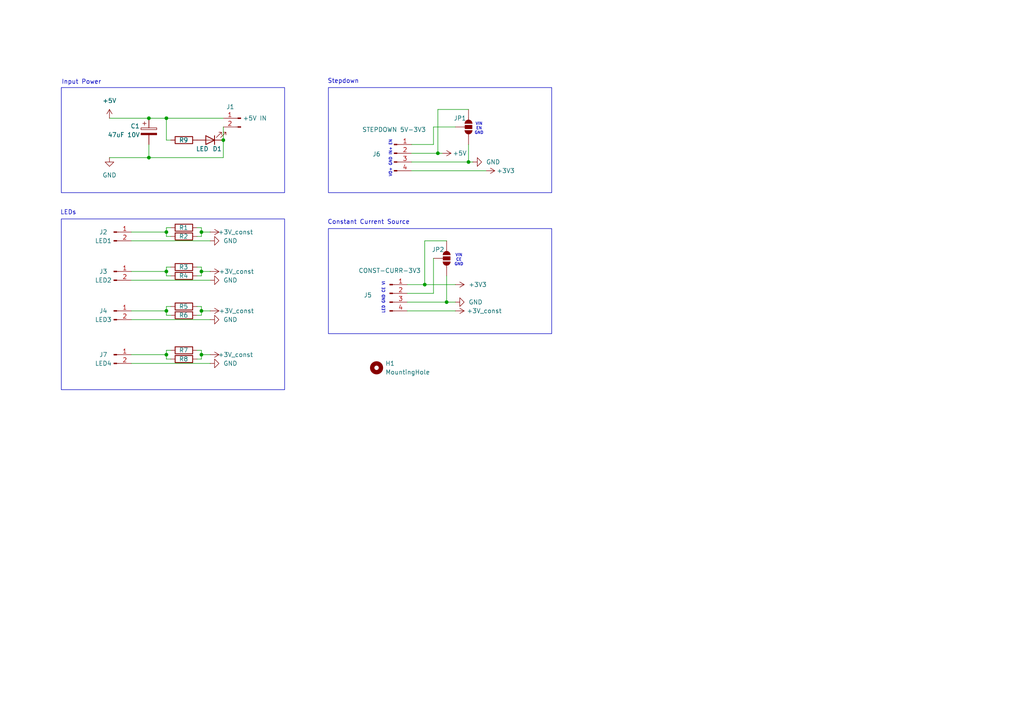
<source format=kicad_sch>
(kicad_sch (version 20250114) (generator "eeschema") (generator_version "9.0")
  (paper "A4")
  (title_block (title "Hexagon-DNA-Lamp") (date "2025-09-05") (rev "1.1") (company "https://tastatursport.de/") (comment 1 "https://github.com/zeus86/hexagon-dna-pcb"))
  (lib_symbols
    (symbol "Connector:Conn_01x02_Pin" (pin_names (offset 1.016) (hide yes))
      (property "Reference" "J" (at 0 2.54 0))
      (property "Value" "Conn_01x02_Pin" (at 0 -5.08 0))
      (symbol "Conn_01x02_Pin_1_1"
        (rectangle (start 0.8636 0.127) (end 0 -0.127) (stroke (width 0.1524)) (fill (type outline)))
        (rectangle (start 0.8636 -2.413) (end 0 -2.667) (stroke (width 0.1524)) (fill (type outline)))
        (polyline (pts (xy 1.27 0) (xy 0.8636 0)) (stroke (width 0.1524)))
        (polyline (pts (xy 1.27 -2.54) (xy 0.8636 -2.54)) (stroke (width 0.1524)))
        (pin passive line (at 5.08 0 180) (length 3.81) (name "Pin_1") (number "1"))
        (pin passive line (at 5.08 -2.54 180) (length 3.81) (name "Pin_2") (number "2"))
      )
    )
    (symbol "Connector:Conn_01x04_Pin" (pin_names (offset 1.016) (hide yes))
      (property "Reference" "J" (at 0 5.08 0))
      (property "Value" "Conn_01x04_Pin" (at 0 -7.62 0))
      (symbol "Conn_01x04_Pin_1_1"
        (rectangle (start 0.8636 2.667) (end 0 2.413) (stroke (width 0.1524)) (fill (type outline)))
        (rectangle (start 0.8636 0.127) (end 0 -0.127) (stroke (width 0.1524)) (fill (type outline)))
        (rectangle (start 0.8636 -2.413) (end 0 -2.667) (stroke (width 0.1524)) (fill (type outline)))
        (rectangle (start 0.8636 -4.953) (end 0 -5.207) (stroke (width 0.1524)) (fill (type outline)))
        (polyline (pts (xy 1.27 2.54) (xy 0.8636 2.54)) (stroke (width 0.1524)))
        (polyline (pts (xy 1.27 0) (xy 0.8636 0)) (stroke (width 0.1524)))
        (polyline (pts (xy 1.27 -2.54) (xy 0.8636 -2.54)) (stroke (width 0.1524)))
        (polyline (pts (xy 1.27 -5.08) (xy 0.8636 -5.08)) (stroke (width 0.1524)))
        (pin passive line (at 5.08 2.54 180) (length 3.81) (name "Pin_1") (number "1"))
        (pin passive line (at 5.08 0 180) (length 3.81) (name "Pin_2") (number "2"))
        (pin passive line (at 5.08 -2.54 180) (length 3.81) (name "Pin_3") (number "3"))
        (pin passive line (at 5.08 -5.08 180) (length 3.81) (name "Pin_4") (number "4"))
      )
    )
    (symbol "Device:C_Polarized" (pin_numbers (hide yes)) (pin_names (offset 0.254))
      (property "Reference" "C" (at 0.635 2.54 0))
      (property "Value" "C_Polarized" (at 0.635 -2.54 0))
      (symbol "C_Polarized_0_1"
        (rectangle (start -2.286 0.508) (end 2.286 1.016))
        (polyline (pts (xy -1.778 2.286) (xy -0.762 2.286)))
        (polyline (pts (xy -1.27 2.794) (xy -1.27 1.778)))
        (rectangle (start 2.286 -0.508) (end -2.286 -1.016) (fill (type outline)))
      )
      (symbol "C_Polarized_1_1"
        (pin passive line (at 0 3.81 270) (length 2.794) (name "~") (number "1"))
        (pin passive line (at 0 -3.81 90) (length 2.794) (name "~") (number "2"))
      )
    )
    (symbol "Device:LED" (pin_numbers (hide yes)) (pin_names (offset 1.016) (hide yes))
      (property "Reference" "D" (at 0 2.54 0))
      (property "Value" "LED" (at 0 -2.54 0))
      (symbol "LED_0_1"
        (polyline (pts (xy -3.048 -0.762) (xy -4.572 -2.286) (xy -3.81 -2.286) (xy -4.572 -2.286) (xy -4.572 -1.524)))
        (polyline (pts (xy -1.778 -0.762) (xy -3.302 -2.286) (xy -2.54 -2.286) (xy -3.302 -2.286) (xy -3.302 -1.524)))
        (polyline (pts (xy -1.27 0) (xy 1.27 0)))
        (polyline (pts (xy -1.27 -1.27) (xy -1.27 1.27)) (stroke (width 0.254)))
        (polyline (pts (xy 1.27 -1.27) (xy 1.27 1.27) (xy -1.27 0) (xy 1.27 -1.27)) (stroke (width 0.254)))
      )
      (symbol "LED_1_1"
        (pin passive line (at -3.81 0 0) (length 2.54) (name "K") (number "1"))
        (pin passive line (at 3.81 0 180) (length 2.54) (name "A") (number "2"))
      )
    )
    (symbol "Device:R" (pin_numbers (hide yes)) (pin_names (offset 0))
      (property "Reference" "R" (at 2.032 0 90))
      (property "Value" "R" (at 0 0 90))
      (symbol "R_0_1"
        (rectangle (start -1.016 -2.54) (end 1.016 2.54) (stroke (width 0.254)))
      )
      (symbol "R_1_1"
        (pin passive line (at 0 3.81 270) (length 1.27) (name "~") (number "1"))
        (pin passive line (at 0 -3.81 90) (length 1.27) (name "~") (number "2"))
      )
    )
    (symbol "Jumper:SolderJumper_3_Open" (pin_numbers (hide yes)) (pin_names (offset 0) (hide yes)) (in_bom no)
      (property "Reference" "JP" (at -2.54 -2.54 0))
      (property "Value" "SolderJumper_3_Open" (at 0 2.794 0))
      (symbol "SolderJumper_3_Open_0_1"
        (polyline (pts (xy -2.54 0) (xy -2.032 0)))
        (polyline (pts (xy -1.016 1.016) (xy -1.016 -1.016)))
        (arc (start -1.016 -1.016) (mid -2.0276 0) (end -1.016 1.016))
        (arc (start -1.016 -1.016) (mid -2.0276 0) (end -1.016 1.016) (fill (type outline)))
        (rectangle (start -0.508 1.016) (end 0.508 -1.016) (fill (type outline)))
        (polyline (pts (xy 0 -1.27) (xy 0 -1.016)))
        (arc (start 1.016 1.016) (mid 2.0276 0) (end 1.016 -1.016))
        (arc (start 1.016 1.016) (mid 2.0276 0) (end 1.016 -1.016) (fill (type outline)))
        (polyline (pts (xy 1.016 1.016) (xy 1.016 -1.016)))
        (polyline (pts (xy 2.54 0) (xy 2.032 0)))
      )
      (symbol "SolderJumper_3_Open_1_1"
        (pin passive line (at -5.08 0 0) (length 2.54) (name "A") (number "1"))
        (pin passive line (at 0 -3.81 90) (length 2.54) (name "C") (number "2"))
        (pin passive line (at 5.08 0 180) (length 2.54) (name "B") (number "3"))
      )
    )
    (symbol "Mechanical:MountingHole" (pin_names (offset 1.016)) (in_bom no)
      (property "Reference" "H" (at 0 5.08 0))
      (property "Value" "MountingHole" (at 0 3.175 0))
      (symbol "MountingHole_0_1"
        (circle (center 0 0) (radius 1.27) (stroke (width 1.27)))
      )
    )
    (symbol "R_1" (pin_numbers (hide yes)) (pin_names (offset 0) (hide yes))
      (property "Reference" "R" (at 2.032 0 90))
      (property "Value" "R" (at 0 0 90))
      (symbol "R_1_0_1"
        (rectangle (start -1.016 -2.54) (end 1.016 2.54) (stroke (width 0.254)))
      )
      (symbol "R_1_1_1"
        (pin passive line (at 0 3.81 270) (length 1.27) (name "~") (number "1"))
        (pin passive line (at 0 -3.81 90) (length 1.27) (name "~") (number "2"))
      )
    )
    (symbol "power:+3V0" (power) (pin_numbers (hide yes)) (pin_names (offset 0) (hide yes))
      (property "Value" "+3V0" (at 0 3.556 0))
      (symbol "+3V0_0_1"
        (polyline (pts (xy -0.762 1.27) (xy 0 2.54)))
        (polyline (pts (xy 0 2.54) (xy 0.762 1.27)))
        (polyline (pts (xy 0 0) (xy 0 2.54)))
      )
      (symbol "+3V0_1_1"
        (pin power_in line (at 0 0 90) (length 0) (name "~") (number "1"))
      )
    )
    (symbol "power:+3V3" (power) (pin_numbers (hide yes)) (pin_names (offset 0) (hide yes))
      (property "Value" "+3V3" (at 0 3.556 0))
      (symbol "+3V3_0_1"
        (polyline (pts (xy -0.762 1.27) (xy 0 2.54)))
        (polyline (pts (xy 0 2.54) (xy 0.762 1.27)))
        (polyline (pts (xy 0 0) (xy 0 2.54)))
      )
      (symbol "+3V3_1_1"
        (pin power_in line (at 0 0 90) (length 0) (name "~") (number "1"))
      )
    )
    (symbol "power:+5V" (power) (pin_numbers (hide yes)) (pin_names (offset 0) (hide yes))
      (property "Value" "+5V" (at 0 3.556 0))
      (symbol "+5V_0_1"
        (polyline (pts (xy -0.762 1.27) (xy 0 2.54)))
        (polyline (pts (xy 0 2.54) (xy 0.762 1.27)))
        (polyline (pts (xy 0 0) (xy 0 2.54)))
      )
      (symbol "+5V_1_1"
        (pin power_in line (at 0 0 90) (length 0) (name "~") (number "1"))
      )
    )
    (symbol "power:GND" (power) (pin_numbers (hide yes)) (pin_names (offset 0) (hide yes))
      (property "Value" "GND" (at 0 -3.81 0))
      (symbol "GND_0_1"
        (polyline (pts (xy 0 0) (xy 0 -1.27) (xy 1.27 -1.27) (xy 0 -2.54) (xy -1.27 -1.27) (xy 0 -1.27)))
      )
      (symbol "GND_1_1"
        (pin power_in line (at 0 0 270) (length 0) (name "~") (number "1"))
      )
    )
  )
  (rectangle (start 17.78 63.5) (end 82.55 113.03))
  (rectangle (start 95.25 25.4) (end 160.02 55.88))
  (rectangle (start 95.25 66.294) (end 160.02 96.774))
  (rectangle (start 17.78 25.4) (end 82.55 55.88))
  (text "VIN\nEN\nGND" (at 138.938 37.338 0) (effects (font (size 0.8128 0.8128))))
  (text "Input Power" (at 23.622 23.876 0) (effects (font (size 1.27 1.27))))
  (text "Stepdown" (at 99.568 23.622 0) (effects (font (size 1.27 1.27))))
  (text "LEDs" (at 19.812 61.722 0) (effects (font (size 1.27 1.27))))
  (text "LED GND CE VI" (at 111.252 86.36 90) (effects (font (size 0.8128 0.8128))))
  (text "Constant Current Source" (at 106.934 64.516 0) (effects (font (size 1.27 1.27))))
  (text "VO+ GND IN+ EN" (at 113.284 45.974 90) (effects (font (size 0.8128 0.8128))))
  (text "VIN\nCE\nGND" (at 133.096 75.438 0) (effects (font (size 0.8128 0.8128))))
  (junction (at 58.42 102.87))
  (junction (at 123.19 82.55))
  (junction (at 58.42 67.31))
  (junction (at 58.42 78.74))
  (junction (at 129.54 87.63))
  (junction (at 48.26 67.31))
  (junction (at 48.26 102.87))
  (junction (at 43.18 45.72))
  (junction (at 127 44.45))
  (junction (at 58.42 90.17))
  (junction (at 48.26 34.29))
  (junction (at 48.26 90.17))
  (junction (at 64.77 40.64))
  (junction (at 48.26 78.74))
  (junction (at 43.18 34.29))
  (junction (at 135.89 46.99))
  (wire (pts (xy 127 31.75) (xy 127 44.45)))
  (wire (pts (xy 58.42 77.47) (xy 57.15 77.47)))
  (wire (pts (xy 38.1 81.28) (xy 60.96 81.28)))
  (wire (pts (xy 129.54 80.01) (xy 129.54 87.63)))
  (wire (pts (xy 127 31.75) (xy 135.89 31.75)))
  (wire (pts (xy 48.26 78.74) (xy 48.26 80.01)))
  (wire (pts (xy 58.42 102.87) (xy 60.96 102.87)))
  (wire (pts (xy 48.26 66.04) (xy 49.53 66.04)))
  (wire (pts (xy 38.1 92.71) (xy 60.96 92.71)))
  (wire (pts (xy 58.42 88.9) (xy 58.42 90.17)))
  (wire (pts (xy 135.89 41.91) (xy 135.89 46.99)))
  (wire (pts (xy 58.42 67.31) (xy 60.96 67.31)))
  (wire (pts (xy 58.42 102.87) (xy 58.42 104.14)))
  (wire (pts (xy 58.42 78.74) (xy 58.42 80.01)))
  (wire (pts (xy 38.1 67.31) (xy 48.26 67.31)))
  (wire (pts (xy 118.11 90.17) (xy 132.08 90.17)))
  (wire (pts (xy 125.73 74.93) (xy 125.73 85.09)))
  (wire (pts (xy 38.1 69.85) (xy 60.96 69.85)))
  (wire (pts (xy 64.77 45.72) (xy 43.18 45.72)))
  (wire (pts (xy 48.26 40.64) (xy 49.53 40.64)))
  (wire (pts (xy 48.26 88.9) (xy 48.26 90.17)))
  (wire (pts (xy 48.26 77.47) (xy 48.26 78.74)))
  (wire (pts (xy 119.38 46.99) (xy 135.89 46.99)))
  (wire (pts (xy 48.26 101.6) (xy 49.53 101.6)))
  (wire (pts (xy 125.73 36.83) (xy 132.08 36.83)))
  (wire (pts (xy 118.11 85.09) (xy 125.73 85.09)))
  (wire (pts (xy 38.1 90.17) (xy 48.26 90.17)))
  (wire (pts (xy 119.38 44.45) (xy 127 44.45)))
  (wire (pts (xy 48.26 67.31) (xy 48.26 68.58)))
  (wire (pts (xy 123.19 82.55) (xy 132.08 82.55)))
  (wire (pts (xy 127 44.45) (xy 128.27 44.45)))
  (wire (pts (xy 48.26 66.04) (xy 48.26 67.31)))
  (wire (pts (xy 48.26 77.47) (xy 49.53 77.47)))
  (wire (pts (xy 48.26 68.58) (xy 49.53 68.58)))
  (wire (pts (xy 48.26 91.44) (xy 49.53 91.44)))
  (wire (pts (xy 58.42 67.31) (xy 58.42 68.58)))
  (wire (pts (xy 58.42 68.58) (xy 57.15 68.58)))
  (wire (pts (xy 43.18 34.29) (xy 48.26 34.29)))
  (wire (pts (xy 58.42 90.17) (xy 58.42 91.44)))
  (wire (pts (xy 48.26 102.87) (xy 48.26 104.14)))
  (wire (pts (xy 119.38 41.91) (xy 125.73 41.91)))
  (wire (pts (xy 135.89 46.99) (xy 137.16 46.99)))
  (wire (pts (xy 48.26 80.01) (xy 49.53 80.01)))
  (wire (pts (xy 123.19 69.85) (xy 129.54 69.85)))
  (wire (pts (xy 48.26 104.14) (xy 49.53 104.14)))
  (wire (pts (xy 58.42 77.47) (xy 58.42 78.74)))
  (wire (pts (xy 125.73 36.83) (xy 125.73 41.91)))
  (wire (pts (xy 48.26 34.29) (xy 64.77 34.29)))
  (wire (pts (xy 48.26 34.29) (xy 48.26 40.64)))
  (wire (pts (xy 64.77 36.83) (xy 64.77 40.64)))
  (wire (pts (xy 38.1 105.41) (xy 60.96 105.41)))
  (wire (pts (xy 31.75 45.72) (xy 43.18 45.72)))
  (wire (pts (xy 31.75 34.29) (xy 43.18 34.29)))
  (wire (pts (xy 64.77 40.64) (xy 64.77 45.72)))
  (wire (pts (xy 118.11 82.55) (xy 123.19 82.55)))
  (wire (pts (xy 118.11 87.63) (xy 129.54 87.63)))
  (wire (pts (xy 38.1 102.87) (xy 48.26 102.87)))
  (wire (pts (xy 58.42 91.44) (xy 57.15 91.44)))
  (wire (pts (xy 58.42 88.9) (xy 57.15 88.9)))
  (wire (pts (xy 58.42 80.01) (xy 57.15 80.01)))
  (wire (pts (xy 58.42 66.04) (xy 57.15 66.04)))
  (wire (pts (xy 48.26 88.9) (xy 49.53 88.9)))
  (wire (pts (xy 119.38 49.53) (xy 140.97 49.53)))
  (wire (pts (xy 48.26 90.17) (xy 48.26 91.44)))
  (wire (pts (xy 58.42 78.74) (xy 60.96 78.74)))
  (wire (pts (xy 38.1 78.74) (xy 48.26 78.74)))
  (wire (pts (xy 58.42 101.6) (xy 58.42 102.87)))
  (wire (pts (xy 48.26 101.6) (xy 48.26 102.87)))
  (wire (pts (xy 123.19 82.55) (xy 123.19 69.85)))
  (wire (pts (xy 129.54 87.63) (xy 132.08 87.63)))
  (wire (pts (xy 58.42 66.04) (xy 58.42 67.31)))
  (wire (pts (xy 43.18 45.72) (xy 43.18 41.91)))
  (wire (pts (xy 58.42 90.17) (xy 60.96 90.17)))
  (wire (pts (xy 58.42 104.14) (xy 57.15 104.14)))
  (wire (pts (xy 58.42 101.6) (xy 57.15 101.6)))
  (symbol (lib_id "Connector:Conn_01x02_Pin") (at 33.02 67.31 0) (unit 1)
    (property "Reference" "J2" (at 29.972 67.31 0))
    (property "Value" "LED1" (at 29.972 69.85 0))
    (property "Footprint" "Connector_PinHeader_2.54mm:PinHeader_1x02_P2.54mm_Vertical" (effects (hide yes)))
    (property "Description" "Generic connector, single row, 01x02, script generated" (effects (hide yes)))
  )
  (symbol (lib_id "power:+3V3") (at 140.97 49.53 270) (unit 1)
    (property "Reference" "#PWR08" (effects (hide yes)))
    (property "Value" "+3V3" (at 144.018 49.53 90) (effects (justify left)))
    (property "Description" "Power symbol creates a global label with name \"+3V3\"" (effects (hide yes)))
  )
  (symbol (lib_name "R_1") (lib_id "Device:R") (at 53.34 66.04 90) (unit 1)
    (property "Reference" "R1" (at 54.61 66.04 90) (effects (justify left)))
    (property "Value" "R" (effects (hide yes)))
    (property "Footprint" "Resistor_THT:R_Axial_DIN0207_L6.3mm_D2.5mm_P10.16mm_Horizontal" (effects (hide yes)))
    (property "Description" "Resistor" (effects (hide yes)))
  )
  (symbol (lib_id "Device:R") (at 53.34 80.01 90) (unit 1)
    (property "Reference" "R4" (at 54.61 80.01 90) (effects (justify left)))
    (property "Value" "R" (effects (hide yes)))
    (property "Footprint" "Resistor_THT:R_Axial_DIN0207_L6.3mm_D2.5mm_P10.16mm_Horizontal" (effects (hide yes)))
    (property "Description" "Resistor" (effects (hide yes)))
  )
  (symbol (lib_id "power:GND") (at 60.96 105.41 90) (unit 1)
    (property "Reference" "#PWR016" (effects (hide yes)))
    (property "Value" "GND" (at 64.77 105.4099 90) (effects (justify right)))
    (property "Description" "Power symbol creates a global label with name \"GND\" , ground" (effects (hide yes)))
  )
  (symbol (lib_id "Connector:Conn_01x04_Pin") (at 114.3 44.45 0) (unit 1)
    (property "Reference" "J6" (at 109.22 44.704 0))
    (property "Value" "STEPDOWN 5V-3V3" (at 114.3 37.592 0))
    (property "Footprint" "Connector_PinHeader_2.54mm:PinHeader_1x04_P2.54mm_Vertical" (effects (hide yes)))
    (property "Description" "Generic connector, single row, 01x04, script generated" (effects (hide yes)))
  )
  (symbol (lib_id "power:+3V0") (at 60.96 102.87 270) (unit 1)
    (property "Reference" "#PWR015" (effects (hide yes)))
    (property "Value" "+3V_const" (at 68.326 102.87 90))
    (property "Description" "Power symbol creates a global label with name \"+3V0\"" (effects (hide yes)))
  )
  (symbol (lib_id "Device:R") (at 53.34 91.44 90) (unit 1)
    (property "Reference" "R6" (at 54.61 91.44 90) (effects (justify left)))
    (property "Value" "R" (effects (hide yes)))
    (property "Footprint" "Resistor_THT:R_Axial_DIN0207_L6.3mm_D2.5mm_P10.16mm_Horizontal" (effects (hide yes)))
    (property "Description" "Resistor" (effects (hide yes)))
  )
  (symbol (lib_id "Device:R") (at 53.34 68.58 90) (unit 1)
    (property "Reference" "R2" (at 54.61 68.58 90) (effects (justify left)))
    (property "Value" "R" (effects (hide yes)))
    (property "Footprint" "Resistor_THT:R_Axial_DIN0207_L6.3mm_D2.5mm_P10.16mm_Horizontal" (effects (hide yes)))
    (property "Description" "Resistor" (effects (hide yes)))
  )
  (symbol (lib_id "Device:R") (at 53.34 104.14 90) (unit 1)
    (property "Reference" "R8" (at 54.61 104.14 90) (effects (justify left)))
    (property "Value" "R" (effects (hide yes)))
    (property "Footprint" "Resistor_THT:R_Axial_DIN0207_L6.3mm_D2.5mm_P10.16mm_Horizontal" (effects (hide yes)))
    (property "Description" "Resistor" (effects (hide yes)))
  )
  (symbol (lib_id "Device:LED") (at 60.96 40.64 180) (unit 1)
    (property "Reference" "D1" (at 62.992 43.18 0))
    (property "Value" "LED" (at 58.674 43.18 0))
    (property "Footprint" "LED_THT:LED_D3.0mm" (effects (hide yes)))
    (property "Description" "Light emitting diode" (effects (hide yes)))
    (property "Sim.Pins" "1=K 2=A" (effects (hide yes)))
  )
  (symbol (lib_id "power:+3V3") (at 132.08 82.55 270) (unit 1)
    (property "Reference" "#PWR02" (effects (hide yes)))
    (property "Value" "+3V3" (at 135.89 82.5499 90) (effects (justify left)))
    (property "Description" "Power symbol creates a global label with name \"+3V3\"" (effects (hide yes)))
  )
  (symbol (lib_id "Connector:Conn_01x02_Pin") (at 33.02 90.17 0) (unit 1)
    (property "Reference" "J4" (at 29.972 90.17 0))
    (property "Value" "LED3" (at 29.972 92.71 0))
    (property "Footprint" "Connector_PinHeader_2.54mm:PinHeader_1x02_P2.54mm_Vertical" (effects (hide yes)))
    (property "Description" "Generic connector, single row, 01x02, script generated" (effects (hide yes)))
  )
  (symbol (lib_id "power:+5V") (at 31.75 34.29 0) (unit 1)
    (property "Reference" "#PWR01" (effects (hide yes)))
    (property "Value" "+5V" (at 31.75 29.21 0))
    (property "Description" "Power symbol creates a global label with name \"+5V\"" (effects (hide yes)))
  )
  (symbol (lib_name "R_1") (lib_id "Device:R") (at 53.34 101.6 90) (unit 1)
    (property "Reference" "R7" (at 54.61 101.6 90) (effects (justify left)))
    (property "Value" "R" (effects (hide yes)))
    (property "Footprint" "Resistor_THT:R_Axial_DIN0207_L6.3mm_D2.5mm_P10.16mm_Horizontal" (effects (hide yes)))
    (property "Description" "Resistor" (effects (hide yes)))
  )
  (symbol (lib_id "power:GND") (at 60.96 81.28 90) (unit 1)
    (property "Reference" "#PWR012" (effects (hide yes)))
    (property "Value" "GND" (at 64.77 81.2799 90) (effects (justify right)))
    (property "Description" "Power symbol creates a global label with name \"GND\" , ground" (effects (hide yes)))
  )
  (symbol (lib_id "power:+3V0") (at 60.96 90.17 270) (unit 1)
    (property "Reference" "#PWR013" (effects (hide yes)))
    (property "Value" "+3V_const" (at 68.58 90.17 90))
    (property "Description" "Power symbol creates a global label with name \"+3V0\"" (effects (hide yes)))
  )
  (symbol (lib_id "power:+5V") (at 128.27 44.45 270) (unit 1)
    (property "Reference" "#PWR07" (effects (hide yes)))
    (property "Value" "+5V" (at 133.35 44.45 90))
    (property "Description" "Power symbol creates a global label with name \"+5V\"" (effects (hide yes)))
  )
  (symbol (lib_id "Connector:Conn_01x02_Pin") (at 69.85 34.29 0) (mirror y) (unit 1)
    (property "Reference" "J1" (at 66.802 30.988 0))
    (property "Value" "+5V IN" (at 73.914 34.29 0))
    (property "Footprint" "Connector_PinHeader_2.54mm:PinHeader_1x02_P2.54mm_Vertical" (effects (hide yes)))
    (property "Description" "Generic connector, single row, 01x02, script generated" (effects (hide yes)))
  )
  (symbol (lib_id "power:GND") (at 60.96 69.85 90) (unit 1)
    (property "Reference" "#PWR09" (effects (hide yes)))
    (property "Value" "GND" (at 64.77 69.8499 90) (effects (justify right)))
    (property "Description" "Power symbol creates a global label with name \"GND\" , ground" (effects (hide yes)))
  )
  (symbol (lib_id "power:GND") (at 60.96 92.71 90) (unit 1)
    (property "Reference" "#PWR014" (effects (hide yes)))
    (property "Value" "GND" (at 64.77 92.7099 90) (effects (justify right)))
    (property "Description" "Power symbol creates a global label with name \"GND\" , ground" (effects (hide yes)))
  )
  (symbol (lib_id "power:GND") (at 31.75 45.72 0) (unit 1)
    (property "Reference" "#PWR04" (effects (hide yes)))
    (property "Value" "GND" (at 31.75 50.8 0))
    (property "Description" "Power symbol creates a global label with name \"GND\" , ground" (effects (hide yes)))
  )
  (symbol (lib_id "Connector:Conn_01x04_Pin") (at 113.03 85.09 0) (unit 1)
    (property "Reference" "J5" (at 106.68 85.598 0))
    (property "Value" "CONST-CURR-3V3" (at 113.03 78.486 0))
    (property "Footprint" "Connector_PinHeader_2.54mm:PinHeader_1x04_P2.54mm_Vertical" (effects (hide yes)))
    (property "Description" "Generic connector, single row, 01x04, script generated" (effects (hide yes)))
  )
  (symbol (lib_id "Device:C_Polarized") (at 43.18 38.1 0) (unit 1)
    (property "Reference" "C1" (at 37.846 36.576 0) (effects (justify left)))
    (property "Value" "47uF 10V" (at 31.242 39.116 0) (effects (justify left)))
    (property "Footprint" "Capacitor_THT:CP_Radial_D5.0mm_P2.50mm" (effects (hide yes)))
    (property "Description" "Polarized capacitor" (effects (hide yes)))
  )
  (symbol (lib_name "R_1") (lib_id "Device:R") (at 53.34 77.47 90) (unit 1)
    (property "Reference" "R3" (at 54.61 77.47 90) (effects (justify left)))
    (property "Value" "R" (effects (hide yes)))
    (property "Footprint" "Resistor_THT:R_Axial_DIN0207_L6.3mm_D2.5mm_P10.16mm_Horizontal" (effects (hide yes)))
    (property "Description" "Resistor" (effects (hide yes)))
  )
  (symbol (lib_id "Mechanical:MountingHole") (at 109.22 106.68 0) (unit 1) (in_bom no)
    (property "Reference" "H1" (at 111.76 105.4099 0) (effects (justify left)))
    (property "Value" "MountingHole" (at 111.76 107.9499 0) (effects (justify left)))
    (property "Footprint" "MountingHole:MountingHole_3.2mm_M3" (effects (hide yes)))
    (property "Description" "Mounting Hole without connection" (effects (hide yes)))
  )
  (symbol (lib_name "R_1") (lib_id "Device:R") (at 53.34 88.9 90) (unit 1)
    (property "Reference" "R5" (at 54.61 88.9 90) (effects (justify left)))
    (property "Value" "R" (effects (hide yes)))
    (property "Footprint" "Resistor_THT:R_Axial_DIN0207_L6.3mm_D2.5mm_P10.16mm_Horizontal" (effects (hide yes)))
    (property "Description" "Resistor" (effects (hide yes)))
  )
  (symbol (lib_id "power:GND") (at 132.08 87.63 90) (unit 1)
    (property "Reference" "#PWR06" (effects (hide yes)))
    (property "Value" "GND" (at 135.89 87.6299 90) (effects (justify right)))
    (property "Description" "Power symbol creates a global label with name \"GND\" , ground" (effects (hide yes)))
  )
  (symbol (lib_id "Connector:Conn_01x02_Pin") (at 33.02 78.74 0) (unit 1)
    (property "Reference" "J3" (at 29.972 78.74 0))
    (property "Value" "LED2" (at 29.972 81.28 0))
    (property "Footprint" "Connector_PinHeader_2.54mm:PinHeader_1x02_P2.54mm_Vertical" (effects (hide yes)))
    (property "Description" "Generic connector, single row, 01x02, script generated" (effects (hide yes)))
  )
  (symbol (lib_id "Jumper:SolderJumper_3_Open") (at 129.54 74.93 270) (unit 1) (in_bom no)
    (property "Reference" "JP2" (at 125.222 72.39 90) (effects (justify left)))
    (property "Value" "VIN CE GND" (effects (hide yes)))
    (property "Footprint" "Jumper:SolderJumper-3_P1.3mm_Open_RoundedPad1.0x1.5mm_NumberLabels" (effects (hide yes)))
    (property "Description" "Solder Jumper, 3-pole, open" (effects (hide yes)))
  )
  (symbol (lib_id "power:+3V0") (at 60.96 78.74 270) (unit 1)
    (property "Reference" "#PWR011" (effects (hide yes)))
    (property "Value" "+3V_const" (at 68.58 78.74 90))
    (property "Description" "Power symbol creates a global label with name \"+3V0\"" (effects (hide yes)))
  )
  (symbol (lib_id "Jumper:SolderJumper_3_Open") (at 135.89 36.83 270) (unit 1) (in_bom no)
    (property "Reference" "JP1" (at 131.572 34.29 90) (effects (justify left)))
    (property "Value" "VIN EN GND" (effects (hide yes)))
    (property "Footprint" "Jumper:SolderJumper-3_P1.3mm_Open_RoundedPad1.0x1.5mm_NumberLabels" (effects (hide yes)))
    (property "Description" "Solder Jumper, 3-pole, open" (effects (hide yes)))
  )
  (symbol (lib_id "Connector:Conn_01x02_Pin") (at 33.02 102.87 0) (unit 1)
    (property "Reference" "J7" (at 29.972 102.87 0))
    (property "Value" "LED4" (at 29.972 105.41 0))
    (property "Footprint" "Connector_PinHeader_2.54mm:PinHeader_1x02_P2.54mm_Vertical" (effects (hide yes)))
    (property "Description" "Generic connector, single row, 01x02, script generated" (effects (hide yes)))
  )
  (symbol (lib_id "power:+3V0") (at 132.08 90.17 270) (unit 1)
    (property "Reference" "#PWR03" (effects (hide yes)))
    (property "Value" "+3V_const" (at 140.462 90.17 90))
    (property "Description" "Power symbol creates a global label with name \"+3V0\"" (effects (hide yes)))
  )
  (symbol (lib_id "power:+3V0") (at 60.96 67.31 270) (unit 1)
    (property "Reference" "#PWR010" (effects (hide yes)))
    (property "Value" "+3V_const" (at 68.326 67.31 90))
    (property "Description" "Power symbol creates a global label with name \"+3V0\"" (effects (hide yes)))
  )
  (symbol (lib_name "R_1") (lib_id "Device:R") (at 53.34 40.64 90) (unit 1)
    (property "Reference" "R9" (at 54.61 40.64 90) (effects (justify left)))
    (property "Value" "R" (effects (hide yes)))
    (property "Footprint" "Resistor_THT:R_Axial_DIN0207_L6.3mm_D2.5mm_P10.16mm_Horizontal" (effects (hide yes)))
    (property "Description" "Resistor" (effects (hide yes)))
  )
  (symbol (lib_id "power:GND") (at 137.16 46.99 90) (unit 1)
    (property "Reference" "#PWR05" (effects (hide yes)))
    (property "Value" "GND" (at 140.97 46.9899 90) (effects (justify right)))
    (property "Description" "Power symbol creates a global label with name \"GND\" , ground" (effects (hide yes)))
  )
)
</source>
